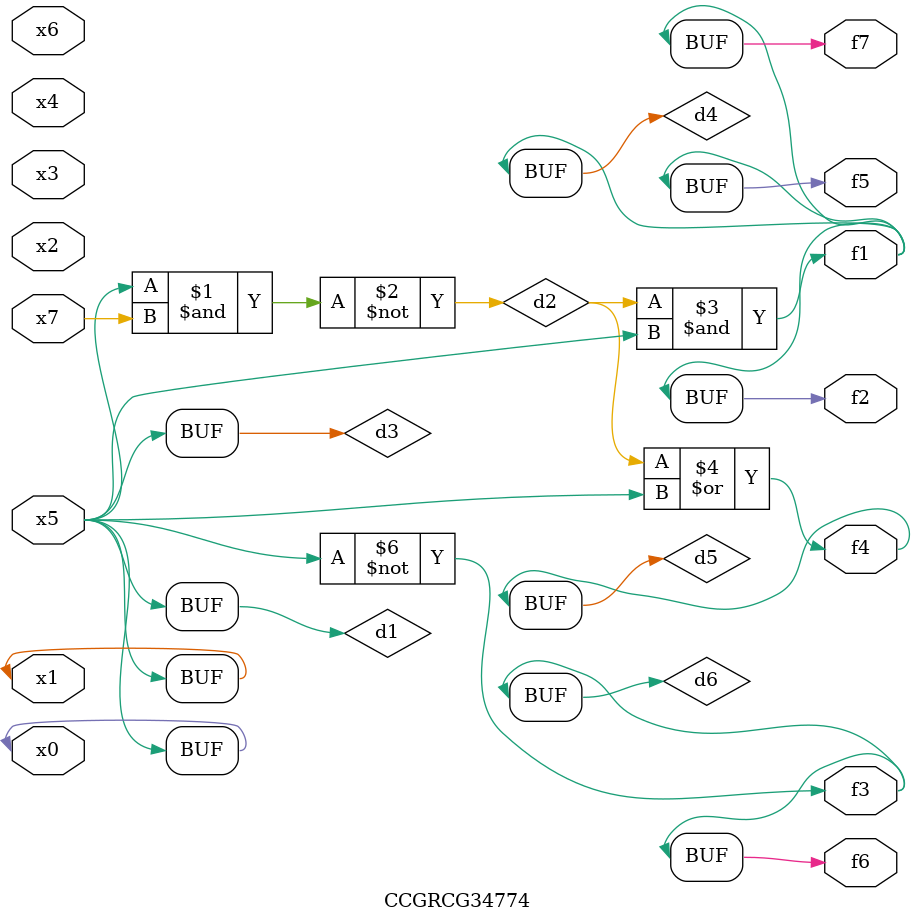
<source format=v>
module CCGRCG34774(
	input x0, x1, x2, x3, x4, x5, x6, x7,
	output f1, f2, f3, f4, f5, f6, f7
);

	wire d1, d2, d3, d4, d5, d6;

	buf (d1, x0, x5);
	nand (d2, x5, x7);
	buf (d3, x0, x1);
	and (d4, d2, d3);
	or (d5, d2, d3);
	nor (d6, d1, d3);
	assign f1 = d4;
	assign f2 = d4;
	assign f3 = d6;
	assign f4 = d5;
	assign f5 = d4;
	assign f6 = d6;
	assign f7 = d4;
endmodule

</source>
